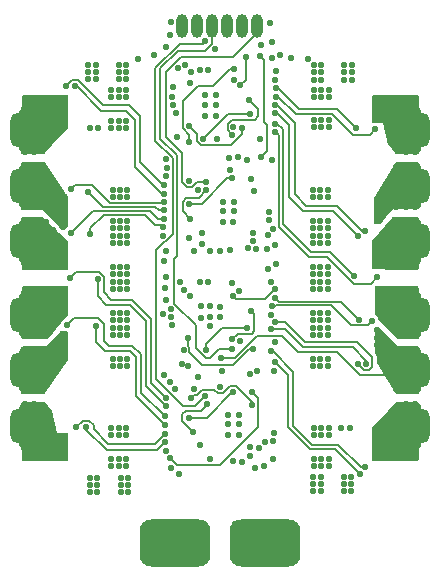
<source format=gbr>
%TF.GenerationSoftware,KiCad,Pcbnew,7.0.4*%
%TF.CreationDate,2023-05-25T14:45:12+03:00*%
%TF.ProjectId,fpv_findland_esc,6670765f-6669-46e6-946c-616e645f6573,Rev_0.2*%
%TF.SameCoordinates,Original*%
%TF.FileFunction,Copper,L4,Inr*%
%TF.FilePolarity,Positive*%
%FSLAX46Y46*%
G04 Gerber Fmt 4.6, Leading zero omitted, Abs format (unit mm)*
G04 Created by KiCad (PCBNEW 7.0.4) date 2023-05-25 14:45:12*
%MOMM*%
%LPD*%
G01*
G04 APERTURE LIST*
G04 Aperture macros list*
%AMRoundRect*
0 Rectangle with rounded corners*
0 $1 Rounding radius*
0 $2 $3 $4 $5 $6 $7 $8 $9 X,Y pos of 4 corners*
0 Add a 4 corners polygon primitive as box body*
4,1,4,$2,$3,$4,$5,$6,$7,$8,$9,$2,$3,0*
0 Add four circle primitives for the rounded corners*
1,1,$1+$1,$2,$3*
1,1,$1+$1,$4,$5*
1,1,$1+$1,$6,$7*
1,1,$1+$1,$8,$9*
0 Add four rect primitives between the rounded corners*
20,1,$1+$1,$2,$3,$4,$5,0*
20,1,$1+$1,$4,$5,$6,$7,0*
20,1,$1+$1,$6,$7,$8,$9,0*
20,1,$1+$1,$8,$9,$2,$3,0*%
G04 Aperture macros list end*
%TA.AperFunction,ComponentPad*%
%ADD10C,1.000000*%
%TD*%
%TA.AperFunction,ComponentPad*%
%ADD11RoundRect,0.750000X-0.750000X0.750000X-0.750000X-0.750000X0.750000X-0.750000X0.750000X0.750000X0*%
%TD*%
%TA.AperFunction,ComponentPad*%
%ADD12RoundRect,0.750000X0.750000X-0.750000X0.750000X0.750000X-0.750000X0.750000X-0.750000X-0.750000X0*%
%TD*%
%TA.AperFunction,ComponentPad*%
%ADD13RoundRect,1.000000X-2.000000X-1.000000X2.000000X-1.000000X2.000000X1.000000X-2.000000X1.000000X0*%
%TD*%
%TA.AperFunction,ComponentPad*%
%ADD14O,1.000000X2.000000*%
%TD*%
%TA.AperFunction,ViaPad*%
%ADD15C,0.550000*%
%TD*%
%TA.AperFunction,Conductor*%
%ADD16C,0.150000*%
%TD*%
G04 APERTURE END LIST*
D10*
%TO.N,/Motor3/MotorOutA*%
%TO.C,J7*%
X152500000Y-71150000D03*
X151000000Y-71150000D03*
D11*
X151750000Y-71900000D03*
D10*
X152500000Y-72650000D03*
X151000000Y-72650000D03*
%TD*%
%TO.N,/Motor2/MotorOutA*%
%TO.C,J4*%
X120000000Y-61750000D03*
X118500000Y-61750000D03*
D11*
X119250000Y-62500000D03*
D10*
X120000000Y-63250000D03*
X118500000Y-63250000D03*
%TD*%
%TO.N,/Motor3/MotorOutB*%
%TO.C,J8*%
X152500000Y-66450000D03*
X151000000Y-66450000D03*
D11*
X151750000Y-67200000D03*
D10*
X152500000Y-67950000D03*
X151000000Y-67950000D03*
%TD*%
%TO.N,/Motor4/MotorOutC*%
%TO.C,J12*%
X151000000Y-78850000D03*
X152500000Y-78850000D03*
D12*
X151750000Y-78100000D03*
D10*
X151000000Y-77350000D03*
X152500000Y-77350000D03*
%TD*%
D13*
%TO.N,/VBAT*%
%TO.C,TP14*%
X139300000Y-97400000D03*
%TD*%
D10*
%TO.N,/Motor2/MotorOutB*%
%TO.C,J5*%
X120000000Y-66450000D03*
X118500000Y-66450000D03*
D11*
X119250000Y-67200000D03*
D10*
X120000000Y-67950000D03*
X118500000Y-67950000D03*
%TD*%
%TO.N,/Motor3/MotorOutC*%
%TO.C,J9*%
X152500000Y-61750000D03*
X151000000Y-61750000D03*
D11*
X151750000Y-62500000D03*
D10*
X152500000Y-63250000D03*
X151000000Y-63250000D03*
%TD*%
%TO.N,/Motor4/MotorOutB*%
%TO.C,J11*%
X151000000Y-83550000D03*
X152500000Y-83550000D03*
D12*
X151750000Y-82800000D03*
D10*
X151000000Y-82050000D03*
X152500000Y-82050000D03*
%TD*%
D13*
%TO.N,GND*%
%TO.C,TP13*%
X131700000Y-97400000D03*
%TD*%
D10*
%TO.N,/Motor1/MotorOutA*%
%TO.C,J1*%
X118500000Y-78850000D03*
X120000000Y-78850000D03*
D12*
X119250000Y-78100000D03*
D10*
X118500000Y-77350000D03*
X120000000Y-77350000D03*
%TD*%
%TO.N,/Motor4/MotorOutA*%
%TO.C,J10*%
X151000000Y-88250000D03*
X152500000Y-88250000D03*
D12*
X151750000Y-87500000D03*
D10*
X151000000Y-86750000D03*
X152500000Y-86750000D03*
%TD*%
%TO.N,/Motor1/MotorOutB*%
%TO.C,J2*%
X118500000Y-83550000D03*
X120000000Y-83550000D03*
D12*
X119250000Y-82800000D03*
D10*
X118500000Y-82050000D03*
X120000000Y-82050000D03*
%TD*%
D14*
%TO.N,/M4*%
%TO.C,J13*%
X138590000Y-53637500D03*
%TO.N,/M3*%
X137320000Y-53637500D03*
%TO.N,/M2*%
X136050000Y-53637500D03*
%TO.N,/M1*%
X134780000Y-53637500D03*
%TO.N,/VBAT*%
X133510000Y-53637500D03*
%TO.N,GND*%
X132240000Y-53637500D03*
%TD*%
D10*
%TO.N,/Motor2/MotorOutC*%
%TO.C,J6*%
X120000000Y-71150000D03*
X118500000Y-71150000D03*
D11*
X119250000Y-71900000D03*
D10*
X120000000Y-72650000D03*
X118500000Y-72650000D03*
%TD*%
%TO.N,/Motor1/MotorOutC*%
%TO.C,J3*%
X118500000Y-88250000D03*
X120000000Y-88250000D03*
D12*
X119250000Y-87500000D03*
D10*
X118500000Y-86750000D03*
X120000000Y-86750000D03*
%TD*%
D15*
%TO.N,GND*%
X134150000Y-97675000D03*
X133550000Y-98325000D03*
X138916052Y-63215676D03*
X130900000Y-72700000D03*
X135525000Y-77425000D03*
X144600000Y-67550000D03*
X136175000Y-86575000D03*
X131300000Y-91125000D03*
X127025000Y-81850000D03*
X140149003Y-80413160D03*
X127025000Y-68150500D03*
X140600000Y-56100000D03*
X144050000Y-59050000D03*
X133550000Y-96450000D03*
X124500000Y-62325000D03*
X130850000Y-75875000D03*
X134225000Y-60350000D03*
X136175000Y-88300000D03*
X127025000Y-75350000D03*
X143975000Y-81850000D03*
X139900000Y-55050000D03*
X144075000Y-90925000D03*
X127675000Y-92525000D03*
X125200000Y-62325000D03*
X127650000Y-75950000D03*
X133550000Y-97675000D03*
X133550000Y-98925000D03*
X129875000Y-95800000D03*
X127650000Y-74650000D03*
X129875000Y-97050000D03*
X143975000Y-74650000D03*
X127550000Y-59075000D03*
X139875000Y-65025000D03*
X143425000Y-59050000D03*
X135525000Y-78325000D03*
X139175000Y-90925000D03*
X127025000Y-67550000D03*
X144000000Y-93075000D03*
X144675000Y-59650000D03*
X126925000Y-59675000D03*
X129930408Y-56083415D03*
X126275000Y-90325000D03*
X133550000Y-95800000D03*
X127675000Y-91900000D03*
X127550000Y-57550000D03*
X134150000Y-96425000D03*
X136250000Y-64800000D03*
X132814926Y-82427719D03*
X140200000Y-73850000D03*
X144050000Y-59650000D03*
X135725000Y-70250000D03*
X129275000Y-96450000D03*
X127650000Y-82450000D03*
X126950000Y-57550000D03*
X139750000Y-53425000D03*
X126300000Y-59675000D03*
X134150000Y-98300000D03*
X133304851Y-72751549D03*
X129275000Y-98925000D03*
X143425000Y-57600000D03*
X144025000Y-58225000D03*
X144600000Y-81850000D03*
X143425000Y-59650000D03*
X129275000Y-97675000D03*
X127025000Y-75950000D03*
X144700000Y-90325000D03*
X143425000Y-56975000D03*
X136650000Y-68525000D03*
X135100000Y-55600000D03*
X143350000Y-75950000D03*
X140150000Y-72175000D03*
X134150000Y-95800000D03*
X143350000Y-67550000D03*
X142900000Y-56500000D03*
X127650000Y-81850000D03*
X129275000Y-98325000D03*
X127550000Y-56925000D03*
X135725000Y-68525000D03*
X127025000Y-74050000D03*
X131000000Y-65700000D03*
X126950000Y-58175000D03*
X137100000Y-87400000D03*
X143975000Y-82450000D03*
X137100000Y-86575000D03*
X144000000Y-92450000D03*
X133850000Y-78350000D03*
X127550000Y-58175000D03*
X143350000Y-82450000D03*
X144025000Y-56975000D03*
X144700000Y-90925000D03*
X136300000Y-72650000D03*
X126400000Y-81850000D03*
X143425000Y-58225000D03*
X143400000Y-92450000D03*
X144600000Y-74050000D03*
X126300000Y-59075000D03*
X131277911Y-83788804D03*
X127650000Y-68150000D03*
X143400000Y-91825000D03*
X130900000Y-55450000D03*
X127075000Y-91900000D03*
X126400000Y-74050000D03*
X134225000Y-61250000D03*
X127025000Y-82450000D03*
X138000000Y-83150000D03*
X130674500Y-78075000D03*
X131910150Y-57231529D03*
X129875000Y-96425000D03*
X127550000Y-59675000D03*
X139450000Y-72525000D03*
X129875000Y-98925000D03*
X134625000Y-77400000D03*
X135725000Y-69350000D03*
X140000000Y-90325000D03*
X126950000Y-56925000D03*
X132250000Y-82250000D03*
X145750000Y-87675000D03*
X138646800Y-82853200D03*
X143350000Y-74650000D03*
X127525000Y-90325000D03*
X129875000Y-97675000D03*
X127675000Y-93150000D03*
X127075000Y-92550000D03*
X137075000Y-88300000D03*
X144675000Y-59050000D03*
X133550000Y-97050000D03*
X129275000Y-97050000D03*
X143975000Y-68150000D03*
X126400000Y-75950000D03*
X129275000Y-95800000D03*
X144000000Y-91825000D03*
X127650000Y-67550000D03*
X131300000Y-53325000D03*
X126400000Y-75350000D03*
X146475000Y-87675000D03*
X143975000Y-67550000D03*
X135150000Y-59525000D03*
X127525000Y-90925000D03*
X144600000Y-74650000D03*
X138975000Y-55250000D03*
X144600000Y-82450000D03*
X140225000Y-57475000D03*
X134625000Y-79075500D03*
X144600000Y-68150000D03*
X137050000Y-64725000D03*
X143350000Y-68150000D03*
X143975000Y-75350000D03*
X126400000Y-82450000D03*
X136650000Y-69350000D03*
X136625000Y-70250000D03*
X133850000Y-77400000D03*
X143975000Y-74050000D03*
X126400000Y-74650000D03*
X126900000Y-90925000D03*
X127050000Y-74650000D03*
X135125000Y-61250000D03*
X136175000Y-87400000D03*
X143350000Y-75350000D03*
X143450000Y-90925000D03*
X127650000Y-74050000D03*
X134150000Y-97050000D03*
X131250000Y-54400000D03*
X144600000Y-75950000D03*
X143350000Y-74050000D03*
X126925000Y-59075000D03*
X141475000Y-56350000D03*
X143350000Y-81850000D03*
X143975000Y-75950000D03*
X126400000Y-68150000D03*
X127075000Y-93150000D03*
X134625000Y-78325000D03*
X128525000Y-56425000D03*
X137101760Y-76058885D03*
X126400000Y-67550000D03*
X126900000Y-90325000D03*
X134650000Y-72749500D03*
X144075000Y-90325000D03*
X134150000Y-98925000D03*
X130755746Y-83244254D03*
X135150000Y-60350000D03*
X126275000Y-90925000D03*
X143400000Y-93075000D03*
X129875000Y-98300000D03*
X144025000Y-57600000D03*
X134225000Y-59525000D03*
X143450000Y-90325000D03*
X144600000Y-75350000D03*
X139850000Y-56375000D03*
X127650000Y-75350000D03*
%TO.N,/Motor1/BEMF_COMMON*%
X130950000Y-89625000D03*
X133808012Y-89177717D03*
%TO.N,/Motor1/V_SENSE*%
X136600000Y-90500000D03*
%TO.N,/Motor1/CLOW*%
X137378231Y-90557769D03*
%TO.N,/Motor1/BLOW*%
X138006503Y-90082220D03*
%TO.N,/Motor1/MotorOutA*%
X122200000Y-76900000D03*
X120775000Y-79700000D03*
X119000000Y-75900000D03*
X121375000Y-76700000D03*
X122200000Y-77550000D03*
X120675000Y-76600000D03*
X121375000Y-79100000D03*
X120575000Y-75900000D03*
X119000000Y-79900000D03*
X119775000Y-75900000D03*
X131262827Y-90250654D03*
X121375000Y-77500000D03*
X119775000Y-79900000D03*
X121375000Y-75900000D03*
X138225000Y-84650000D03*
X121375000Y-78300000D03*
%TO.N,/Motor1/ALOW*%
X138037500Y-89337500D03*
%TO.N,/Motor1/MotorOutB*%
X135509082Y-84208375D03*
X122200000Y-81350000D03*
X121425000Y-80475000D03*
X119000000Y-84600000D03*
X122200000Y-80700000D03*
X121125000Y-83300000D03*
X132029559Y-91582185D03*
X120875000Y-81700000D03*
X119000000Y-81000000D03*
X119775000Y-84600000D03*
X121425000Y-81275000D03*
X119775000Y-81000000D03*
X120575000Y-81000000D03*
X121425000Y-82175000D03*
X120575000Y-84400000D03*
%TO.N,/Motor1/MotorOutC*%
X119000000Y-85700000D03*
X133325000Y-84400000D03*
X119775000Y-90200000D03*
X122200000Y-89300000D03*
X122200000Y-89950000D03*
X121375000Y-90200000D03*
X121375000Y-88600000D03*
X119775000Y-89500000D03*
X120675000Y-86000000D03*
X119000000Y-90200000D03*
X121375000Y-89400000D03*
X138424502Y-91125000D03*
X121075000Y-87800000D03*
X121075000Y-86900000D03*
X119000000Y-89500000D03*
X120575000Y-90200000D03*
X120575000Y-89400000D03*
X119775000Y-85700000D03*
%TO.N,/Motor1/CHIGH*%
X139263755Y-88881649D03*
%TO.N,/Motor1/BHIGH*%
X139971022Y-88843331D03*
%TO.N,/Motor1/AHIGH*%
X140019655Y-88145521D03*
%TO.N,/Motor2/MotorOutA*%
X130692344Y-71405860D03*
X119000000Y-64300000D03*
X122150000Y-62200000D03*
X121325000Y-59800000D03*
X119725000Y-64300000D03*
X122175000Y-61325000D03*
X121350000Y-63100000D03*
X122175000Y-60675000D03*
X138075000Y-66599500D03*
X121325000Y-60600000D03*
X121325000Y-61400000D03*
X119050000Y-59800000D03*
X120625000Y-64000000D03*
X119725000Y-60500000D03*
X120525000Y-59800000D03*
X119725000Y-59800000D03*
X119050000Y-60500000D03*
X120525000Y-60600000D03*
X121350000Y-62200000D03*
%TO.N,/Motor2/MotorOutB*%
X121400000Y-69675000D03*
X119725000Y-69000000D03*
X122175000Y-70700000D03*
X122200000Y-70000000D03*
X119000000Y-69000000D03*
X121100000Y-66375000D03*
X121400000Y-68900000D03*
X136349500Y-65880637D03*
X119725000Y-65400000D03*
X120525000Y-69000000D03*
X121400000Y-67825000D03*
X121125000Y-67175000D03*
X122200000Y-69350000D03*
X120525000Y-65600000D03*
X120825000Y-68300000D03*
X130775000Y-73575500D03*
X119000000Y-65400000D03*
%TO.N,/Motor2/MotorOutC*%
X121325000Y-74100000D03*
X122175000Y-73675000D03*
X119000000Y-74100000D03*
X122175000Y-73025000D03*
X133588984Y-67572300D03*
X120525000Y-74100000D03*
X121325000Y-71700000D03*
X135484016Y-72749500D03*
X119000000Y-70100000D03*
X119725000Y-70100000D03*
X119725000Y-74100000D03*
X120625000Y-73400000D03*
X120725000Y-70300000D03*
X121325000Y-73300000D03*
X121325000Y-72500000D03*
X121325000Y-70900000D03*
%TO.N,Net-(Q1-G)*%
X130875000Y-85850000D03*
X125125000Y-75100000D03*
%TO.N,Net-(Q2-G)*%
X130900000Y-85150000D03*
X122775000Y-75025000D03*
%TO.N,Net-(Q3-G)*%
X130825000Y-86725000D03*
X122575000Y-78950000D03*
%TO.N,Net-(Q4-G)*%
X124987500Y-79085500D03*
X130825000Y-87425000D03*
%TO.N,Net-(Q5-G)*%
X130850000Y-88200000D03*
X123325000Y-87600000D03*
%TO.N,Net-(Q6-G)*%
X130824621Y-88899042D03*
X124175000Y-87600000D03*
%TO.N,/Motor3/MotorOutA*%
X148825000Y-72450000D03*
X150200000Y-70300000D03*
X149600000Y-72500000D03*
X150300000Y-73400000D03*
X150400000Y-74100000D03*
X152000000Y-70100000D03*
X148825000Y-73100000D03*
X149600000Y-73300000D03*
X152000000Y-74100000D03*
X149600000Y-74100000D03*
X149600000Y-71700000D03*
X151200000Y-74100000D03*
X140125500Y-58253609D03*
X131875000Y-63050000D03*
X151200000Y-70100000D03*
X149600000Y-70900000D03*
%TO.N,/Motor3/MotorOutB*%
X151200000Y-69000000D03*
X138925000Y-64750000D03*
X151200000Y-65400000D03*
X148800000Y-68700000D03*
X149450000Y-68675000D03*
X149800000Y-67000000D03*
X149925000Y-68225000D03*
X138875000Y-56225000D03*
X150400000Y-65600000D03*
X148800000Y-69350000D03*
X149450000Y-69475000D03*
X135256007Y-63243993D03*
X152000000Y-65400000D03*
X150400000Y-69000000D03*
X149450000Y-67775000D03*
X152000000Y-69000000D03*
%TO.N,/Motor3/MotorOutC*%
X152000000Y-59800000D03*
X149900000Y-63100000D03*
X149600000Y-61400000D03*
X151200000Y-59800000D03*
X152000000Y-60500000D03*
X148850000Y-60075000D03*
X150300000Y-64000000D03*
X149900000Y-62200000D03*
X148850000Y-60725000D03*
X151200000Y-64300000D03*
X149600000Y-59800000D03*
X150400000Y-59800000D03*
X149600000Y-60600000D03*
X152000000Y-64300000D03*
X136626347Y-62215578D03*
X132550498Y-56950000D03*
X151200000Y-60500000D03*
X150400000Y-60600000D03*
%TO.N,/Motor4/MotorOutA*%
X148800000Y-88650000D03*
X149625000Y-90200000D03*
X132400000Y-81125000D03*
X150425000Y-90200000D03*
X151225000Y-85700000D03*
X149625000Y-89400000D03*
X148825000Y-87775000D03*
X152000000Y-85700000D03*
X152000000Y-89500000D03*
X149625000Y-87875000D03*
X148800000Y-89300000D03*
X149250000Y-87250000D03*
X151225000Y-90200000D03*
X149625000Y-88600000D03*
X150325000Y-86000000D03*
X139775000Y-75350000D03*
X151225000Y-89500000D03*
X150425000Y-89400000D03*
X152000000Y-90200000D03*
X149800000Y-86675000D03*
%TO.N,/Motor4/MotorOutB*%
X139541810Y-74243011D03*
X150425000Y-81000000D03*
X149500000Y-80200000D03*
X150425000Y-84400000D03*
X152000000Y-84600000D03*
X151225000Y-81000000D03*
X151225000Y-84600000D03*
X149500000Y-82375000D03*
X152000000Y-81000000D03*
X148800000Y-80050000D03*
X149925000Y-81725000D03*
X148800000Y-79375000D03*
X149925000Y-83000000D03*
X135575000Y-81750000D03*
X149500000Y-81000000D03*
X148800000Y-80700000D03*
%TO.N,/Motor4/MotorOutC*%
X149625000Y-78300000D03*
X150425000Y-75900000D03*
X152000000Y-75900000D03*
X132126149Y-75338169D03*
X148825000Y-76900000D03*
X149800000Y-78975000D03*
X149625000Y-76700000D03*
X140078200Y-82871800D03*
X150400000Y-79575000D03*
X148825000Y-76250000D03*
X152000000Y-79900000D03*
X150325000Y-76600000D03*
X151225000Y-75900000D03*
X149625000Y-75900000D03*
X137214500Y-80314904D03*
X149625000Y-77500000D03*
X151225000Y-79900000D03*
%TO.N,Net-(Q7-G)*%
X122450000Y-58775000D03*
X130725000Y-67150000D03*
%TO.N,/Motor1/GHA*%
X133025000Y-85150000D03*
X138225000Y-85725500D03*
%TO.N,/Motor1/GHB*%
X136609773Y-84654279D03*
X132900500Y-86850834D03*
%TO.N,/Motor1/GHC*%
X134375500Y-85650500D03*
X133173063Y-88037998D03*
%TO.N,Net-(Q8-G)*%
X123225000Y-58775000D03*
X130725000Y-67875497D03*
%TO.N,Net-(Q9-G)*%
X122875000Y-67475000D03*
X130725000Y-68575000D03*
%TO.N,Net-(Q10-G)*%
X130725000Y-69274503D03*
X124300000Y-67725000D03*
%TO.N,Net-(Q11-G)*%
X122875000Y-71150000D03*
X130725000Y-69975000D03*
%TO.N,Net-(Q12-G)*%
X130700000Y-70700000D03*
X124450000Y-71250000D03*
%TO.N,Net-(Q13-G)*%
X140175000Y-62625000D03*
X148800000Y-74950000D03*
%TO.N,Net-(Q14-G)*%
X146825000Y-74800000D03*
X140175000Y-61925000D03*
%TO.N,Net-(Q15-G)*%
X140175000Y-61050000D03*
X147150000Y-71485500D03*
%TO.N,Net-(Q16-G)*%
X140175000Y-60350000D03*
X147725000Y-71000000D03*
%TO.N,Net-(Q17-G)*%
X140200008Y-59650945D03*
X148650000Y-62400000D03*
%TO.N,Net-(Q18-G)*%
X140225044Y-58951891D03*
X147025000Y-62339500D03*
%TO.N,Net-(Q19-G)*%
X140149500Y-82100000D03*
X147372650Y-91609407D03*
%TO.N,Net-(Q20-G)*%
X139788364Y-81216590D03*
X147776464Y-91038235D03*
%TO.N,Net-(Q21-G)*%
X139825000Y-79325000D03*
X147875500Y-82314500D03*
%TO.N,Net-(Q22-G)*%
X140173803Y-78715462D03*
X147175997Y-82314500D03*
%TO.N,Net-(Q23-G)*%
X148350000Y-78650000D03*
X139927481Y-77386292D03*
%TO.N,Net-(Q24-G)*%
X147225000Y-78514500D03*
X140170509Y-76679491D03*
%TO.N,/Motor2/GHA*%
X132897485Y-66778521D03*
X138350000Y-67625500D03*
%TO.N,/Motor2/GHB*%
X136544030Y-66552546D03*
X132853200Y-68728200D03*
%TO.N,/Motor2/GHC*%
X134325500Y-67575500D03*
X132964843Y-69979685D03*
%TO.N,/Motor2/BEMFC_1*%
X133941124Y-72115277D03*
%TO.N,/Motor2/BEMF_COMMON*%
X130950500Y-74875000D03*
%TO.N,/Motor2/BEMFA_1*%
X132900000Y-71650000D03*
%TO.N,/Motor2/BEMFB_1*%
X133925000Y-71225000D03*
%TO.N,/Motor3/GHA*%
X137334156Y-62302754D03*
X132825500Y-62099500D03*
%TO.N,/Motor3/GHB*%
X138038139Y-61097109D03*
X134031743Y-63206243D03*
%TO.N,/Motor3/GHC*%
X137907289Y-59899500D03*
X136526521Y-62907921D03*
%TO.N,/Motor3/BEMF_COMMON*%
X137192765Y-58689228D03*
X137675000Y-56275000D03*
%TO.N,/Motor4/GHA*%
X132750500Y-80049500D03*
X138250000Y-81000500D03*
%TO.N,/Motor4/GHB*%
X137795903Y-79215000D03*
X134321584Y-81123649D03*
%TO.N,/Motor4/GHC*%
X138124503Y-77825498D03*
X136524500Y-80200000D03*
%TO.N,/Motor4/BEMF_COMMON*%
X136580632Y-76525500D03*
X140151684Y-75939418D03*
%TO.N,/Motor2/V_SENSE*%
X138532041Y-72578173D03*
%TO.N,/Motor2/CLOW*%
X137840266Y-72474500D03*
%TO.N,/Motor2/BLOW*%
X138266760Y-71873212D03*
%TO.N,/Motor2/ALOW*%
X138300000Y-71174500D03*
%TO.N,/Motor2/CHIGH*%
X140017942Y-70880064D03*
%TO.N,/Motor2/BHIGH*%
X139624500Y-70125500D03*
%TO.N,/Motor2/AHIGH*%
X139673707Y-69427730D03*
%TO.N,/Motor3/V_SENSE*%
X134484800Y-57378449D03*
%TO.N,/Motor3/CLOW*%
X133785897Y-57349502D03*
%TO.N,/Motor3/BLOW*%
X133000000Y-57550000D03*
%TO.N,/Motor3/ALOW*%
X132950000Y-58500000D03*
%TO.N,/Motor3/CHIGH*%
X131399500Y-59640514D03*
%TO.N,/VBAT*%
X125075000Y-93150000D03*
X126400000Y-70150000D03*
X144600000Y-78550000D03*
X136800000Y-98375000D03*
X146000000Y-92450000D03*
X135700000Y-82875000D03*
X124475000Y-93150000D03*
X125075000Y-92525000D03*
X127025000Y-70750000D03*
X136800000Y-97725000D03*
X143425000Y-62250000D03*
X143350000Y-79250000D03*
X136800000Y-95850000D03*
X136800000Y-96500000D03*
X144600000Y-79250000D03*
X143350000Y-79850000D03*
X144600000Y-72050000D03*
X144700000Y-87725000D03*
X144050000Y-61650000D03*
X141800000Y-99000000D03*
X127550000Y-62275000D03*
X143350000Y-70150000D03*
X146025000Y-56975000D03*
X124350000Y-56925000D03*
X144600000Y-79850000D03*
X127650000Y-77950000D03*
X124350000Y-58175000D03*
X127025000Y-79250000D03*
X137400000Y-98975000D03*
X127650000Y-72050000D03*
X146625000Y-56975000D03*
X127025000Y-72050000D03*
X127025000Y-78550000D03*
X136800000Y-98975000D03*
X144050000Y-62250000D03*
X143350000Y-72050000D03*
X126300000Y-61675000D03*
X126925000Y-62275000D03*
X144075000Y-87725000D03*
X146600000Y-91825000D03*
X141800000Y-96500000D03*
X124950000Y-57550000D03*
X143450000Y-87725000D03*
X126900000Y-87725000D03*
X127525000Y-87725000D03*
X127025000Y-70150000D03*
X137400000Y-97100000D03*
X126400000Y-72050000D03*
X136800000Y-97100000D03*
X141200000Y-98400000D03*
X127025000Y-77950000D03*
X143425000Y-61650000D03*
X137400000Y-95850000D03*
X143350000Y-71450000D03*
X126400000Y-77950000D03*
X141800000Y-97125000D03*
X146625000Y-57600000D03*
X127525000Y-88325000D03*
X144600000Y-70150000D03*
X143975000Y-78550000D03*
X141800000Y-95875000D03*
X127650000Y-71450000D03*
X143975000Y-79850000D03*
X137400000Y-97725000D03*
X126275000Y-87725000D03*
X146600000Y-93075000D03*
X143350000Y-77950000D03*
X143975000Y-70150000D03*
X144600000Y-71450000D03*
X127650000Y-79250000D03*
X144675000Y-62250000D03*
X143975000Y-70750000D03*
X144675000Y-61650000D03*
X146625000Y-58225000D03*
X126400000Y-79850000D03*
X143975000Y-77950000D03*
X127650000Y-79850000D03*
X143450000Y-88325000D03*
X127650000Y-70750000D03*
X126400000Y-79250000D03*
X141200000Y-97750000D03*
X143975000Y-79250000D03*
X124350000Y-57550000D03*
X141800000Y-97750000D03*
X124475000Y-91900000D03*
X144700000Y-88325000D03*
X126925000Y-61675000D03*
X141200000Y-96525000D03*
X126400000Y-78550000D03*
X124475000Y-92525000D03*
X130874500Y-64955900D03*
X146025000Y-57600000D03*
X127650000Y-78550000D03*
X143975000Y-72050000D03*
X143350000Y-70750000D03*
X144600000Y-77950000D03*
X143975000Y-71450000D03*
X141200000Y-99000000D03*
X137400000Y-98350000D03*
X141200000Y-97125000D03*
X126300000Y-62275000D03*
X126275000Y-88325000D03*
X143350000Y-78550000D03*
X146000000Y-91825000D03*
X126900000Y-88325000D03*
X146600000Y-92450000D03*
X146000000Y-93075000D03*
X127025000Y-79850000D03*
X146025000Y-58225000D03*
X141200000Y-95875000D03*
X124950000Y-58175000D03*
X144075000Y-88325000D03*
X126400000Y-70750000D03*
X144600000Y-70750000D03*
X127650000Y-70150000D03*
X125075000Y-91900000D03*
X137400000Y-96475000D03*
X126400000Y-71450000D03*
X141800000Y-98375000D03*
X124950000Y-56925000D03*
X127025000Y-71450000D03*
X127550000Y-61675000D03*
%TO.N,/M4*%
X134325500Y-66875997D03*
%TO.N,/M3*%
X134193294Y-84975145D03*
X134200000Y-54975000D03*
%TO.N,/M2*%
X132875500Y-63525000D03*
X136659239Y-57327718D03*
%TO.N,/M1*%
X136525000Y-81000000D03*
%TO.N,/Motor3/BHIGH*%
X131471997Y-60340016D03*
%TO.N,/Motor3/AHIGH*%
X131781605Y-61030163D03*
%TO.N,/Motor4/V_SENSE*%
X134486987Y-75347840D03*
%TO.N,/Motor4/CLOW*%
X133787486Y-75349500D03*
%TO.N,/Motor4/BLOW*%
X132399500Y-75982048D03*
%TO.N,/Motor4/ALOW*%
X132934450Y-76525500D03*
%TO.N,/Motor4/CHIGH*%
X131299403Y-77584170D03*
%TO.N,/Motor4/BHIGH*%
X131366161Y-78280480D03*
%TO.N,/Motor4/AHIGH*%
X131449503Y-78975000D03*
%TO.N,/3.3V*%
X139824957Y-78109154D03*
X138771871Y-89378997D03*
X131642300Y-84385900D03*
X139550000Y-71400000D03*
X137774324Y-65015468D03*
X131550000Y-58817500D03*
X130900000Y-76825000D03*
X130950000Y-66400000D03*
%TO.N,/5V*%
X136499500Y-75450000D03*
X134668246Y-90325500D03*
X136696364Y-58196390D03*
X133646479Y-83347485D03*
%TD*%
D16*
%TO.N,/Motor1/MotorOutA*%
X131837173Y-90825000D02*
X131262827Y-90250654D01*
X138725000Y-87575000D02*
X135475000Y-90825000D01*
X138725000Y-85150000D02*
X138725000Y-87575000D01*
X135475000Y-90825000D02*
X131837173Y-90825000D01*
X138225000Y-84650000D02*
X138725000Y-85150000D01*
%TO.N,Net-(Q1-G)*%
X125125000Y-75100000D02*
X125125000Y-76525000D01*
X125875000Y-77275000D02*
X127875000Y-77275000D01*
X127875000Y-77275000D02*
X129200000Y-78600000D01*
X129200000Y-78600000D02*
X129200000Y-84175000D01*
X125125000Y-76525000D02*
X125875000Y-77275000D01*
X129200000Y-84175000D02*
X130875000Y-85850000D01*
%TO.N,Net-(Q2-G)*%
X128025000Y-76850000D02*
X129625000Y-78450000D01*
X129625000Y-83875000D02*
X130900000Y-85150000D01*
X125625000Y-76200000D02*
X126275000Y-76850000D01*
X123275000Y-74525000D02*
X125257107Y-74525000D01*
X129625000Y-78450000D02*
X129625000Y-83875000D01*
X125625000Y-74892893D02*
X125625000Y-76200000D01*
X122775000Y-75025000D02*
X123275000Y-74525000D01*
X125257107Y-74525000D02*
X125625000Y-74892893D01*
X126275000Y-76850000D02*
X128025000Y-76850000D01*
%TO.N,Net-(Q3-G)*%
X125200000Y-78425000D02*
X125650000Y-78875000D01*
X123100000Y-78425000D02*
X125200000Y-78425000D01*
X128800000Y-81475000D02*
X128800000Y-84700000D01*
X125650000Y-78875000D02*
X125650000Y-80350000D01*
X126050000Y-80750000D02*
X128075000Y-80750000D01*
X122575000Y-78950000D02*
X123100000Y-78425000D01*
X128075000Y-80750000D02*
X128800000Y-81475000D01*
X128800000Y-84700000D02*
X130825000Y-86725000D01*
X125650000Y-80350000D02*
X126050000Y-80750000D01*
%TO.N,Net-(Q4-G)*%
X125750000Y-81200000D02*
X127900000Y-81200000D01*
X128400000Y-81700000D02*
X128400000Y-85007107D01*
X124987500Y-79085500D02*
X124987500Y-80437500D01*
X128400000Y-85007107D02*
X130817893Y-87425000D01*
X124987500Y-80437500D02*
X125750000Y-81200000D01*
X130817893Y-87425000D02*
X130825000Y-87425000D01*
X127900000Y-81200000D02*
X128400000Y-81700000D01*
%TO.N,Net-(Q5-G)*%
X124825000Y-87475000D02*
X124425000Y-87075000D01*
X129991556Y-89025000D02*
X126025000Y-89025000D01*
X126025000Y-89025000D02*
X124825000Y-87825000D01*
X130816556Y-88200000D02*
X129991556Y-89025000D01*
X123850000Y-87075000D02*
X123325000Y-87600000D01*
X130850000Y-88200000D02*
X130816556Y-88200000D01*
X124425000Y-87075000D02*
X123850000Y-87075000D01*
X124825000Y-87825000D02*
X124825000Y-87475000D01*
%TO.N,Net-(Q6-G)*%
X130123663Y-89600000D02*
X130824621Y-88899042D01*
X124175000Y-87875000D02*
X125900000Y-89600000D01*
X125900000Y-89600000D02*
X130123663Y-89600000D01*
X124175000Y-87600000D02*
X124175000Y-87875000D01*
%TO.N,/Motor3/MotorOutB*%
X139450000Y-62075000D02*
X139200000Y-61825000D01*
X138925000Y-64750000D02*
X139450000Y-64225000D01*
X139200000Y-56550000D02*
X138875000Y-56225000D01*
X139200000Y-61825000D02*
X139200000Y-56550000D01*
X139450000Y-64225000D02*
X139450000Y-62075000D01*
%TO.N,/Motor4/MotorOutB*%
X138625736Y-79900000D02*
X136775736Y-81750000D01*
X136775736Y-81750000D02*
X135575000Y-81750000D01*
X140700000Y-79900000D02*
X138625736Y-79900000D01*
X149925000Y-83000000D02*
X149725000Y-83200000D01*
X149725000Y-83200000D02*
X147300000Y-83200000D01*
X142075000Y-81275000D02*
X140700000Y-79900000D01*
X145375000Y-81275000D02*
X142075000Y-81275000D01*
X147300000Y-83200000D02*
X145375000Y-81275000D01*
%TO.N,Net-(Q7-G)*%
X123475000Y-58250000D02*
X122975000Y-58250000D01*
X128750000Y-61250000D02*
X127825000Y-60325000D01*
X127825000Y-60325000D02*
X125550000Y-60325000D01*
X122975000Y-58250000D02*
X122450000Y-58775000D01*
X125550000Y-60325000D02*
X123475000Y-58250000D01*
X130700000Y-67150000D02*
X128750000Y-65200000D01*
X128750000Y-65200000D02*
X128750000Y-61250000D01*
X130725000Y-67150000D02*
X130700000Y-67150000D01*
%TO.N,/Motor1/GHA*%
X135725000Y-84775000D02*
X136345721Y-84154279D01*
X133025000Y-85150000D02*
X133275000Y-84900000D01*
X135018393Y-84475000D02*
X135318393Y-84775000D01*
X133275000Y-84900000D02*
X133532107Y-84900000D01*
X136345721Y-84154279D02*
X136854279Y-84154279D01*
X138225000Y-85525000D02*
X138225000Y-85725500D01*
X136854279Y-84154279D02*
X138225000Y-85525000D01*
X133532107Y-84900000D02*
X133957107Y-84475000D01*
X133957107Y-84475000D02*
X135018393Y-84475000D01*
X135318393Y-84775000D02*
X135725000Y-84775000D01*
%TO.N,/Motor1/GHB*%
X136545721Y-84654279D02*
X136609773Y-84654279D01*
X134349166Y-86850834D02*
X136545721Y-84654279D01*
X132900500Y-86850834D02*
X134349166Y-86850834D01*
%TO.N,/Motor1/GHC*%
X134375500Y-85650500D02*
X134375500Y-85749500D01*
X132275000Y-87139935D02*
X133173063Y-88037998D01*
X134375500Y-85749500D02*
X133900000Y-86225000D01*
X132575000Y-86225000D02*
X132275000Y-86525000D01*
X132275000Y-86525000D02*
X132275000Y-87139935D01*
X133900000Y-86225000D02*
X132575000Y-86225000D01*
%TO.N,Net-(Q8-G)*%
X128275000Y-65575000D02*
X128275000Y-61600000D01*
X130725000Y-67875497D02*
X130575497Y-67875497D01*
X127500000Y-60825000D02*
X125425000Y-60825000D01*
X130575497Y-67875497D02*
X128275000Y-65575000D01*
X125425000Y-60825000D02*
X123375000Y-58775000D01*
X123375000Y-58775000D02*
X123225000Y-58775000D01*
X128275000Y-61600000D02*
X127500000Y-60825000D01*
%TO.N,Net-(Q9-G)*%
X123225000Y-67125000D02*
X122875000Y-67475000D01*
X130725000Y-68575000D02*
X130650000Y-68650000D01*
X124625000Y-67125000D02*
X123225000Y-67125000D01*
X130650000Y-68650000D02*
X126150000Y-68650000D01*
X126150000Y-68650000D02*
X124625000Y-67125000D01*
%TO.N,Net-(Q10-G)*%
X125550000Y-68975000D02*
X124300000Y-67725000D01*
X130725000Y-69274503D02*
X130324503Y-69274503D01*
X130025000Y-68975000D02*
X125550000Y-68975000D01*
X130324503Y-69274503D02*
X130025000Y-68975000D01*
%TO.N,Net-(Q11-G)*%
X124725000Y-69300000D02*
X122875000Y-71150000D01*
X129575000Y-69300000D02*
X124725000Y-69300000D01*
X130725000Y-69975000D02*
X130250000Y-69975000D01*
X130250000Y-69975000D02*
X129575000Y-69300000D01*
%TO.N,Net-(Q12-G)*%
X125625000Y-69625000D02*
X124450000Y-70800000D01*
X129975000Y-70475000D02*
X129125000Y-69625000D01*
X130700000Y-70700000D02*
X130475000Y-70475000D01*
X129125000Y-69625000D02*
X125625000Y-69625000D01*
X124450000Y-70800000D02*
X124450000Y-71250000D01*
X130475000Y-70475000D02*
X129975000Y-70475000D01*
%TO.N,Net-(Q13-G)*%
X140175000Y-62625000D02*
X140475000Y-62925000D01*
X148250000Y-75500000D02*
X148800000Y-74950000D01*
X143025000Y-73225000D02*
X144525000Y-73225000D01*
X140475000Y-70675000D02*
X143025000Y-73225000D01*
X146800000Y-75500000D02*
X148250000Y-75500000D01*
X140475000Y-62925000D02*
X140475000Y-70675000D01*
X144525000Y-73225000D02*
X146800000Y-75500000D01*
%TO.N,Net-(Q14-G)*%
X140850000Y-70400000D02*
X143225000Y-72775000D01*
X140175000Y-61925000D02*
X140350000Y-61925000D01*
X140850000Y-62425000D02*
X140850000Y-70400000D01*
X143225000Y-72775000D02*
X144800000Y-72775000D01*
X140350000Y-61925000D02*
X140850000Y-62425000D01*
X144800000Y-72775000D02*
X146825000Y-74800000D01*
%TO.N,Net-(Q15-G)*%
X140332843Y-61050000D02*
X141325000Y-62042157D01*
X145014500Y-69350000D02*
X147150000Y-71485500D01*
X141325000Y-62042157D02*
X141325000Y-68150000D01*
X142525000Y-69350000D02*
X145014500Y-69350000D01*
X140175000Y-61050000D02*
X140332843Y-61050000D01*
X141325000Y-68150000D02*
X142525000Y-69350000D01*
%TO.N,Net-(Q16-G)*%
X140175000Y-60350000D02*
X140300000Y-60350000D01*
X145400000Y-68875000D02*
X147525000Y-71000000D01*
X141800000Y-61850000D02*
X141800000Y-67875000D01*
X142800000Y-68875000D02*
X145400000Y-68875000D01*
X140300000Y-60350000D02*
X141800000Y-61850000D01*
X141800000Y-67875000D02*
X142800000Y-68875000D01*
X147525000Y-71000000D02*
X147725000Y-71000000D01*
%TO.N,Net-(Q17-G)*%
X141900000Y-61125000D02*
X144962500Y-61125000D01*
X148150000Y-62900000D02*
X148650000Y-62400000D01*
X146737500Y-62900000D02*
X148150000Y-62900000D01*
X144962500Y-61125000D02*
X146737500Y-62900000D01*
X140425945Y-59650945D02*
X141900000Y-61125000D01*
X140200008Y-59650945D02*
X140425945Y-59650945D01*
%TO.N,Net-(Q18-G)*%
X145385500Y-60700000D02*
X147025000Y-62339500D01*
X140426891Y-58951891D02*
X142175000Y-60700000D01*
X142175000Y-60700000D02*
X145385500Y-60700000D01*
X140225044Y-58951891D02*
X140426891Y-58951891D01*
%TO.N,Net-(Q19-G)*%
X141250000Y-83200500D02*
X140149500Y-82100000D01*
X141250000Y-87650000D02*
X141250000Y-83200500D01*
X143100000Y-89500000D02*
X141250000Y-87650000D01*
X147372650Y-91609407D02*
X145263243Y-89500000D01*
X145263243Y-89500000D02*
X143100000Y-89500000D01*
%TO.N,Net-(Q20-G)*%
X139973197Y-81216590D02*
X141700000Y-82943393D01*
X139788364Y-81216590D02*
X139973197Y-81216590D01*
X141700000Y-82943393D02*
X141700000Y-87525736D01*
X143274264Y-89100000D02*
X145500000Y-89100000D01*
X145500000Y-89100000D02*
X147438235Y-91038235D01*
X141700000Y-87525736D02*
X143274264Y-89100000D01*
X147438235Y-91038235D02*
X147776464Y-91038235D01*
%TO.N,Net-(Q21-G)*%
X146750000Y-80875000D02*
X147875500Y-82000500D01*
X147875500Y-82000500D02*
X147875500Y-82314500D01*
X140950000Y-79325000D02*
X142500000Y-80875000D01*
X139825000Y-79325000D02*
X140950000Y-79325000D01*
X142500000Y-80875000D02*
X146750000Y-80875000D01*
%TO.N,Net-(Q22-G)*%
X147175997Y-82322104D02*
X147175997Y-82314500D01*
X148375000Y-81675000D02*
X148375000Y-82525000D01*
X148375000Y-82525000D02*
X148085500Y-82814500D01*
X140990462Y-78715462D02*
X142700000Y-80425000D01*
X142700000Y-80425000D02*
X147125000Y-80425000D01*
X148085500Y-82814500D02*
X147668393Y-82814500D01*
X147125000Y-80425000D02*
X148375000Y-81675000D01*
X140173803Y-78715462D02*
X140990462Y-78715462D01*
X147668393Y-82814500D02*
X147175997Y-82322104D01*
%TO.N,Net-(Q23-G)*%
X144900000Y-77325000D02*
X146589500Y-79014500D01*
X147985500Y-79014500D02*
X148350000Y-78650000D01*
X140235542Y-77325000D02*
X144900000Y-77325000D01*
X139927481Y-77386292D02*
X140174250Y-77386292D01*
X146589500Y-79014500D02*
X147985500Y-79014500D01*
X140174250Y-77386292D02*
X140235542Y-77325000D01*
%TO.N,Net-(Q24-G)*%
X145715621Y-77005121D02*
X147225000Y-78514500D01*
X140170509Y-76679491D02*
X140496139Y-77005121D01*
X140496139Y-77005121D02*
X145715621Y-77005121D01*
%TO.N,/Motor2/GHB*%
X133946800Y-68728200D02*
X136122454Y-66552546D01*
X136122454Y-66552546D02*
X136544030Y-66552546D01*
X132853200Y-68728200D02*
X133946800Y-68728200D01*
%TO.N,/Motor2/GHC*%
X133676000Y-68225000D02*
X132650000Y-68225000D01*
X132650000Y-68225000D02*
X132350000Y-68525000D01*
X132350000Y-68525000D02*
X132350000Y-69364842D01*
X134325500Y-67575500D02*
X133676000Y-68225000D01*
X132350000Y-69364842D02*
X132964843Y-69979685D01*
%TO.N,/Motor3/GHA*%
X133862386Y-63743993D02*
X133531743Y-63413350D01*
X133531743Y-62805743D02*
X132825500Y-62099500D01*
X136397556Y-63743993D02*
X133862386Y-63743993D01*
X137334156Y-62807393D02*
X136397556Y-63743993D01*
X133531743Y-63413350D02*
X133531743Y-62805743D01*
X137334156Y-62302754D02*
X137334156Y-62807393D01*
%TO.N,/Motor3/GHB*%
X136140877Y-61097109D02*
X134031743Y-63206243D01*
X138038139Y-61097109D02*
X136140877Y-61097109D01*
%TO.N,/Motor3/GHC*%
X136126347Y-62507747D02*
X136126347Y-61998653D01*
X136501361Y-61623639D02*
X138411439Y-61623639D01*
X138725000Y-60717211D02*
X137907289Y-59899500D01*
X136126347Y-61998653D02*
X136501361Y-61623639D01*
X138725000Y-61310078D02*
X138725000Y-60717211D01*
X136526521Y-62907921D02*
X136126347Y-62507747D01*
X138411439Y-61623639D02*
X138725000Y-61310078D01*
%TO.N,/Motor3/BEMF_COMMON*%
X137192765Y-58689228D02*
X137675000Y-58206993D01*
X137675000Y-58206993D02*
X137675000Y-56275000D01*
%TO.N,/Motor4/GHA*%
X132750500Y-80768393D02*
X132750500Y-80049500D01*
X132900000Y-81300000D02*
X132900000Y-80917893D01*
X137949500Y-81000500D02*
X136625000Y-82325000D01*
X133925000Y-82325000D02*
X132900000Y-81300000D01*
X138250000Y-81000500D02*
X137949500Y-81000500D01*
X136625000Y-82325000D02*
X133925000Y-82325000D01*
X132900000Y-80917893D02*
X132750500Y-80768393D01*
%TO.N,/Motor4/GHB*%
X135685000Y-79215000D02*
X134321584Y-80578416D01*
X134321584Y-80578416D02*
X134321584Y-81123649D01*
X137795903Y-79215000D02*
X135685000Y-79215000D01*
%TO.N,/Motor4/GHC*%
X138174503Y-79725000D02*
X136999500Y-79725000D01*
X138124503Y-77825498D02*
X138374503Y-78075498D01*
X136999500Y-79725000D02*
X136524500Y-80200000D01*
X138374503Y-78075498D02*
X138374503Y-79525000D01*
X138374503Y-79525000D02*
X138174503Y-79725000D01*
%TO.N,/Motor4/BEMF_COMMON*%
X136855132Y-76800000D02*
X139291102Y-76800000D01*
X139291102Y-76800000D02*
X140151684Y-75939418D01*
X136580632Y-76525500D02*
X136855132Y-76800000D01*
%TO.N,/M4*%
X133147942Y-67306942D02*
X132681942Y-67306942D01*
X132275000Y-66900000D02*
X132275000Y-64450000D01*
X132275000Y-64450000D02*
X130900000Y-63075000D01*
X130900000Y-57525000D02*
X132175000Y-56250000D01*
X133578887Y-66875997D02*
X133147942Y-67306942D01*
X132681942Y-67306942D02*
X132275000Y-66900000D01*
X130900000Y-63075000D02*
X130900000Y-57525000D01*
X136590000Y-56250000D02*
X138590000Y-54250000D01*
X132175000Y-56250000D02*
X136590000Y-56250000D01*
X134325500Y-66875997D02*
X133578887Y-66875997D01*
X138590000Y-54250000D02*
X138590000Y-53750000D01*
%TO.N,/M3*%
X131500000Y-64875000D02*
X131500000Y-71305311D01*
X130100000Y-72650000D02*
X130100000Y-83550000D01*
X130899451Y-71905860D02*
X130844140Y-71905860D01*
X134025000Y-55150000D02*
X132075736Y-55150000D01*
X131500000Y-71305311D02*
X130899451Y-71905860D01*
X130100000Y-83550000D02*
X132350000Y-85800000D01*
X130000000Y-63375000D02*
X131500000Y-64875000D01*
X130844140Y-71905860D02*
X130100000Y-72650000D01*
X130000000Y-57225736D02*
X130000000Y-63375000D01*
X132350000Y-85800000D02*
X133368439Y-85800000D01*
X133368439Y-85800000D02*
X134193294Y-84975145D01*
X132075736Y-55150000D02*
X130000000Y-57225736D01*
X134200000Y-54975000D02*
X134025000Y-55150000D01*
%TO.N,/M2*%
X132325500Y-60024500D02*
X132325500Y-62306607D01*
X133600000Y-58750000D02*
X132325500Y-60024500D01*
X132325500Y-62306607D02*
X132875500Y-62856607D01*
X136347282Y-57327718D02*
X134925000Y-58750000D01*
X134925000Y-58750000D02*
X133600000Y-58750000D01*
X132875500Y-62856607D02*
X132875500Y-63525000D01*
X136659239Y-57327718D02*
X136347282Y-57327718D01*
%TO.N,/M1*%
X131900000Y-55750000D02*
X134250000Y-55750000D01*
X131875000Y-64625000D02*
X130450000Y-63200000D01*
X134780000Y-55212893D02*
X134780000Y-53750000D01*
X131600000Y-77177660D02*
X131600000Y-73432107D01*
X131600000Y-73432107D02*
X131875000Y-73157107D01*
X133425000Y-80934172D02*
X133425000Y-79002660D01*
X134600000Y-55400000D02*
X134600000Y-55392893D01*
X134625000Y-81775000D02*
X134265828Y-81775000D01*
X134250000Y-55750000D02*
X134600000Y-55400000D01*
X130450000Y-63200000D02*
X130450000Y-57200000D01*
X135400000Y-81000000D02*
X134625000Y-81775000D01*
X136525000Y-81000000D02*
X135400000Y-81000000D01*
X133425000Y-79002660D02*
X131600000Y-77177660D01*
X134600000Y-55392893D02*
X134780000Y-55212893D01*
X130450000Y-57200000D02*
X131900000Y-55750000D01*
X134265828Y-81775000D02*
X133425000Y-80934172D01*
X131875000Y-73157107D02*
X131875000Y-64625000D01*
%TD*%
%TA.AperFunction,Conductor*%
%TO.N,/Motor1/MotorOutB*%
G36*
X122537406Y-79525521D02*
G01*
X122541597Y-79526068D01*
X122542039Y-79526126D01*
X122605968Y-79554316D01*
X122644509Y-79612594D01*
X122650000Y-79649084D01*
X122650000Y-81836146D01*
X122630315Y-81903185D01*
X122627827Y-81906907D01*
X120636997Y-84771761D01*
X120582576Y-84815580D01*
X120535170Y-84825000D01*
X118786572Y-84825000D01*
X118719533Y-84805315D01*
X118673778Y-84752511D01*
X118668836Y-84739909D01*
X118607104Y-84603648D01*
X118524403Y-84492141D01*
X118500278Y-84426569D01*
X118500000Y-84418273D01*
X118500000Y-81181648D01*
X118519685Y-81114609D01*
X118524406Y-81107777D01*
X118565514Y-81052354D01*
X118607050Y-80996355D01*
X118668774Y-80860165D01*
X118668775Y-80860159D01*
X118668799Y-80860089D01*
X118668825Y-80860050D01*
X118671498Y-80854154D01*
X118672566Y-80854638D01*
X118708527Y-80802612D01*
X118773021Y-80775739D01*
X118786536Y-80775000D01*
X120849999Y-80775000D01*
X120850000Y-80775000D01*
X121912967Y-79567082D01*
X121972033Y-79529759D01*
X122006056Y-79525000D01*
X122529378Y-79525000D01*
X122537406Y-79525521D01*
G37*
%TD.AperFunction*%
%TD*%
%TA.AperFunction,Conductor*%
%TO.N,/Motor4/MotorOutA*%
G36*
X152291017Y-85519685D02*
G01*
X152336772Y-85572489D01*
X152336924Y-85572822D01*
X152355993Y-85614907D01*
X152392906Y-85696371D01*
X152392908Y-85696374D01*
X152392910Y-85696377D01*
X152475596Y-85807862D01*
X152499722Y-85873435D01*
X152500000Y-85881731D01*
X152500000Y-89118216D01*
X152480315Y-89185255D01*
X152475600Y-89192080D01*
X152392880Y-89303619D01*
X152392876Y-89303627D01*
X152331164Y-89439856D01*
X152299610Y-89586047D01*
X152299538Y-89634492D01*
X152299500Y-89635175D01*
X152299500Y-90376000D01*
X152279815Y-90443039D01*
X152227011Y-90488794D01*
X152175500Y-90500000D01*
X148474000Y-90500000D01*
X148406961Y-90480315D01*
X148361206Y-90427511D01*
X148350000Y-90376000D01*
X148350000Y-87823875D01*
X148369685Y-87756836D01*
X148383340Y-87739278D01*
X149750000Y-86275000D01*
X150337775Y-85546159D01*
X150395182Y-85506331D01*
X150434298Y-85500000D01*
X152223978Y-85500000D01*
X152291017Y-85519685D01*
G37*
%TD.AperFunction*%
%TD*%
%TA.AperFunction,Conductor*%
%TO.N,/Motor4/MotorOutC*%
G36*
X152242539Y-75719685D02*
G01*
X152288294Y-75772489D01*
X152299500Y-75824000D01*
X152299500Y-75887901D01*
X152299408Y-75888211D01*
X152299500Y-75944217D01*
X152299500Y-75964918D01*
X152299534Y-75965521D01*
X152299614Y-76013986D01*
X152331188Y-76160163D01*
X152392910Y-76296377D01*
X152475596Y-76407859D01*
X152499722Y-76473431D01*
X152500000Y-76481728D01*
X152500000Y-79718216D01*
X152480315Y-79785255D01*
X152475600Y-79792080D01*
X152392880Y-79903619D01*
X152392876Y-79903627D01*
X152331164Y-80039856D01*
X152328509Y-80052161D01*
X152295124Y-80113538D01*
X152233855Y-80147123D01*
X152207300Y-80150000D01*
X150578187Y-80150000D01*
X150511148Y-80130315D01*
X150488342Y-80111462D01*
X148892195Y-78433461D01*
X148867480Y-78395454D01*
X148852698Y-78359767D01*
X148760451Y-78239549D01*
X148640233Y-78147302D01*
X148640229Y-78147300D01*
X148640225Y-78147297D01*
X148636989Y-78145428D01*
X148634807Y-78143139D01*
X148633785Y-78142355D01*
X148633907Y-78142195D01*
X148588778Y-78094855D01*
X148575000Y-78038047D01*
X148575000Y-75824000D01*
X148594685Y-75756961D01*
X148647489Y-75711206D01*
X148699000Y-75700000D01*
X152175500Y-75700000D01*
X152242539Y-75719685D01*
G37*
%TD.AperFunction*%
%TD*%
%TA.AperFunction,Conductor*%
%TO.N,/Motor3/MotorOutC*%
G36*
X152242539Y-59519685D02*
G01*
X152288294Y-59572489D01*
X152299500Y-59624000D01*
X152299500Y-60287900D01*
X152299407Y-60288214D01*
X152299500Y-60344829D01*
X152299500Y-60364951D01*
X152299533Y-60365534D01*
X152299613Y-60413985D01*
X152331186Y-60560158D01*
X152392906Y-60696371D01*
X152392908Y-60696374D01*
X152392910Y-60696377D01*
X152475596Y-60807862D01*
X152499722Y-60873435D01*
X152500000Y-60881731D01*
X152500000Y-64118216D01*
X152480315Y-64185255D01*
X152475600Y-64192080D01*
X152392880Y-64303619D01*
X152392876Y-64303627D01*
X152367333Y-64360015D01*
X152342015Y-64415905D01*
X152336913Y-64427167D01*
X152291320Y-64480110D01*
X152224341Y-64499999D01*
X152223962Y-64500000D01*
X150434298Y-64500000D01*
X150367259Y-64480315D01*
X150337775Y-64453841D01*
X150121173Y-64185255D01*
X149767407Y-63746585D01*
X149743446Y-63698058D01*
X149300000Y-61875000D01*
X149299999Y-61875000D01*
X148911057Y-61875000D01*
X148863605Y-61865561D01*
X148800239Y-61839314D01*
X148800234Y-61839312D01*
X148650001Y-61819534D01*
X148649999Y-61819534D01*
X148573623Y-61829589D01*
X148499764Y-61839313D01*
X148499763Y-61839313D01*
X148491706Y-61840374D01*
X148491297Y-61837271D01*
X148436204Y-61835941D01*
X148378354Y-61796759D01*
X148350872Y-61732522D01*
X148350000Y-61717842D01*
X148350000Y-59624000D01*
X148369685Y-59556961D01*
X148422489Y-59511206D01*
X148474000Y-59500000D01*
X152175500Y-59500000D01*
X152242539Y-59519685D01*
G37*
%TD.AperFunction*%
%TD*%
%TA.AperFunction,Conductor*%
%TO.N,/Motor2/MotorOutC*%
G36*
X120493251Y-69869685D02*
G01*
X120510705Y-69883243D01*
X121635364Y-70930339D01*
X121665428Y-70973638D01*
X121672302Y-70990233D01*
X121764549Y-71110451D01*
X121884767Y-71202698D01*
X121884770Y-71202699D01*
X121884771Y-71202700D01*
X121941795Y-71226320D01*
X121978839Y-71250126D01*
X122610496Y-71838220D01*
X122646148Y-71898309D01*
X122650000Y-71928975D01*
X122650000Y-74176000D01*
X122630315Y-74243039D01*
X122577511Y-74288794D01*
X122526000Y-74300000D01*
X120325000Y-74300000D01*
X118824500Y-74300000D01*
X118757461Y-74280315D01*
X118711706Y-74227511D01*
X118700500Y-74176000D01*
X118700500Y-74112209D01*
X118700663Y-74111652D01*
X118700578Y-74060787D01*
X118700579Y-74060787D01*
X118700455Y-73986008D01*
X118668874Y-73839822D01*
X118633314Y-73761354D01*
X118607142Y-73703603D01*
X118607141Y-73703602D01*
X118607140Y-73703599D01*
X118524409Y-73592072D01*
X118500278Y-73526502D01*
X118500000Y-73518196D01*
X118500000Y-70281648D01*
X118519685Y-70214609D01*
X118524406Y-70207776D01*
X118532264Y-70197182D01*
X118607051Y-70096354D01*
X118668774Y-69960164D01*
X118671446Y-69947801D01*
X118704850Y-69886435D01*
X118766128Y-69852869D01*
X118792647Y-69850000D01*
X120426212Y-69850000D01*
X120493251Y-69869685D01*
G37*
%TD.AperFunction*%
%TD*%
%TA.AperFunction,Conductor*%
%TO.N,/Motor2/MotorOutB*%
G36*
X120602209Y-65169685D02*
G01*
X120636995Y-65203237D01*
X120899941Y-65581622D01*
X122298345Y-67593960D01*
X122309690Y-67618354D01*
X122311203Y-67617728D01*
X122314313Y-67625236D01*
X122372302Y-67765233D01*
X122464549Y-67885451D01*
X122503193Y-67915104D01*
X122527120Y-67933464D01*
X122553460Y-67961077D01*
X122627827Y-68068092D01*
X122649919Y-68134377D01*
X122650000Y-68138854D01*
X122650000Y-70538048D01*
X122630315Y-70605087D01*
X122588004Y-70645433D01*
X122584770Y-70647299D01*
X122464547Y-70739550D01*
X122455387Y-70751489D01*
X122398958Y-70792690D01*
X122357013Y-70800000D01*
X122053173Y-70800000D01*
X121986134Y-70780315D01*
X121963346Y-70761481D01*
X121850328Y-70642717D01*
X121833010Y-70616083D01*
X121831761Y-70616805D01*
X121827696Y-70609763D01*
X121735451Y-70489549D01*
X121628669Y-70407612D01*
X121614329Y-70394717D01*
X121145414Y-69901960D01*
X121141135Y-69896957D01*
X121135448Y-69889545D01*
X121134376Y-69888473D01*
X121121934Y-69877287D01*
X120525000Y-69250000D01*
X120524999Y-69250000D01*
X118792749Y-69250000D01*
X118725710Y-69230315D01*
X118679955Y-69177511D01*
X118671545Y-69152185D01*
X118668874Y-69139820D01*
X118607138Y-69003596D01*
X118524407Y-68892072D01*
X118500278Y-68826506D01*
X118500000Y-68818227D01*
X118499999Y-65581618D01*
X118519684Y-65514583D01*
X118524387Y-65507775D01*
X118607040Y-65396328D01*
X118657906Y-65284086D01*
X118668765Y-65260126D01*
X118668767Y-65260120D01*
X118668766Y-65260120D01*
X118668768Y-65260118D01*
X118671430Y-65247799D01*
X118704834Y-65186434D01*
X118766113Y-65152869D01*
X118792631Y-65150000D01*
X120535170Y-65150000D01*
X120602209Y-65169685D01*
G37*
%TD.AperFunction*%
%TD*%
%TA.AperFunction,Conductor*%
%TO.N,/Motor3/MotorOutA*%
G36*
X152274355Y-69869685D02*
G01*
X152320110Y-69922489D01*
X152328520Y-69947818D01*
X152331184Y-69960150D01*
X152331187Y-69960161D01*
X152358484Y-70020404D01*
X152392906Y-70096371D01*
X152392908Y-70096374D01*
X152392910Y-70096377D01*
X152475596Y-70207862D01*
X152499722Y-70273435D01*
X152500000Y-70281731D01*
X152500000Y-73518218D01*
X152480315Y-73585257D01*
X152475599Y-73592083D01*
X152392885Y-73703613D01*
X152392882Y-73703616D01*
X152331165Y-73839854D01*
X152299610Y-73986046D01*
X152299538Y-74034492D01*
X152299500Y-74035175D01*
X152299500Y-74176000D01*
X152279815Y-74243039D01*
X152227011Y-74288794D01*
X152175500Y-74300000D01*
X150675015Y-74300000D01*
X148472667Y-74276319D01*
X148405843Y-74255915D01*
X148360658Y-74202622D01*
X148350000Y-74152326D01*
X148350000Y-71920148D01*
X148369685Y-71853109D01*
X148379020Y-71840430D01*
X150012835Y-69894269D01*
X150071013Y-69855583D01*
X150107803Y-69850000D01*
X152207316Y-69850000D01*
X152274355Y-69869685D01*
G37*
%TD.AperFunction*%
%TD*%
%TA.AperFunction,Conductor*%
%TO.N,/Motor1/MotorOutA*%
G36*
X122593039Y-75694685D02*
G01*
X122638794Y-75747489D01*
X122650000Y-75799000D01*
X122650000Y-78054850D01*
X122630315Y-78121889D01*
X122620970Y-78134579D01*
X122417211Y-78377290D01*
X122369697Y-78412121D01*
X122284767Y-78447302D01*
X122164549Y-78539549D01*
X122072300Y-78659770D01*
X122014313Y-78799762D01*
X122014313Y-78799763D01*
X122010062Y-78832051D01*
X121982094Y-78895592D01*
X120987167Y-80080728D01*
X120928986Y-80119417D01*
X120892196Y-80125000D01*
X118786574Y-80125000D01*
X118719535Y-80105315D01*
X118673780Y-80052511D01*
X118668831Y-80039892D01*
X118668821Y-80039862D01*
X118607109Y-79903635D01*
X118607107Y-79903630D01*
X118607103Y-79903624D01*
X118607101Y-79903621D01*
X118524401Y-79792107D01*
X118500277Y-79726534D01*
X118500000Y-79718243D01*
X118500000Y-76481647D01*
X118519685Y-76414608D01*
X118524407Y-76407774D01*
X118565514Y-76352354D01*
X118607047Y-76296360D01*
X118668773Y-76160168D01*
X118700364Y-76014016D01*
X118700418Y-75983990D01*
X118700452Y-75965641D01*
X118700500Y-75964813D01*
X118700500Y-75939179D01*
X118700500Y-75938949D01*
X118700509Y-75899371D01*
X118700508Y-75899369D01*
X118700511Y-75887378D01*
X118700500Y-75887254D01*
X118700500Y-75799000D01*
X118720185Y-75731961D01*
X118772989Y-75686206D01*
X118824500Y-75675000D01*
X122526000Y-75675000D01*
X122593039Y-75694685D01*
G37*
%TD.AperFunction*%
%TD*%
%TA.AperFunction,Conductor*%
%TO.N,/Motor2/MotorOutA*%
G36*
X122593039Y-59519685D02*
G01*
X122638794Y-59572489D01*
X122650000Y-59624000D01*
X122650000Y-62176124D01*
X122630315Y-62243163D01*
X122616651Y-62260731D01*
X121250011Y-63724986D01*
X121249996Y-63725003D01*
X120662225Y-64453841D01*
X120604818Y-64493669D01*
X120565702Y-64500000D01*
X118776021Y-64500000D01*
X118708982Y-64480315D01*
X118663227Y-64427511D01*
X118663070Y-64427167D01*
X118639073Y-64374195D01*
X118607107Y-64303630D01*
X118524399Y-64192106D01*
X118500277Y-64126535D01*
X118500000Y-64118272D01*
X118500000Y-60881648D01*
X118519685Y-60814609D01*
X118524406Y-60807776D01*
X118565514Y-60752354D01*
X118607051Y-60696354D01*
X118668774Y-60560164D01*
X118700364Y-60414015D01*
X118700418Y-60383992D01*
X118700452Y-60365641D01*
X118700500Y-60364813D01*
X118700500Y-60339179D01*
X118700500Y-60338949D01*
X118700509Y-60299371D01*
X118700508Y-60299369D01*
X118700511Y-60287378D01*
X118700500Y-60287254D01*
X118700500Y-59624000D01*
X118720185Y-59556961D01*
X118772989Y-59511206D01*
X118824500Y-59500000D01*
X122526000Y-59500000D01*
X122593039Y-59519685D01*
G37*
%TD.AperFunction*%
%TD*%
%TA.AperFunction,Conductor*%
%TO.N,/Motor3/MotorOutB*%
G36*
X152274354Y-65169685D02*
G01*
X152320109Y-65222489D01*
X152328516Y-65247808D01*
X152331176Y-65260119D01*
X152392911Y-65396355D01*
X152475594Y-65507828D01*
X152499722Y-65573398D01*
X152500000Y-65581699D01*
X152500000Y-68818217D01*
X152480315Y-68885256D01*
X152475599Y-68892082D01*
X152392881Y-69003617D01*
X152392874Y-69003629D01*
X152346764Y-69105417D01*
X152342015Y-69115904D01*
X152336913Y-69127166D01*
X152291320Y-69180110D01*
X152224341Y-69199999D01*
X152223962Y-69200000D01*
X150150000Y-69200000D01*
X149571037Y-69857911D01*
X149084709Y-70410557D01*
X149025644Y-70447880D01*
X148997519Y-70452499D01*
X148654898Y-70468814D01*
X148586998Y-70452340D01*
X148538783Y-70401772D01*
X148525000Y-70344954D01*
X148525000Y-68309345D01*
X148542671Y-68245548D01*
X150140981Y-65581699D01*
X150363878Y-65210202D01*
X150415249Y-65162844D01*
X150470207Y-65150000D01*
X152207315Y-65150000D01*
X152274354Y-65169685D01*
G37*
%TD.AperFunction*%
%TD*%
%TA.AperFunction,Conductor*%
%TO.N,/Motor1/MotorOutC*%
G36*
X120632741Y-85494685D02*
G01*
X120662225Y-85521159D01*
X121232590Y-86228411D01*
X121256553Y-86276943D01*
X121700000Y-88100000D01*
X122526000Y-88100000D01*
X122593039Y-88119685D01*
X122638794Y-88172489D01*
X122650000Y-88224000D01*
X122650000Y-90351000D01*
X122630315Y-90418039D01*
X122577511Y-90463794D01*
X122526000Y-90475000D01*
X118824500Y-90475000D01*
X118757461Y-90455315D01*
X118711706Y-90402511D01*
X118700500Y-90351000D01*
X118700500Y-89635296D01*
X118700444Y-89634336D01*
X118700374Y-89586049D01*
X118668820Y-89439860D01*
X118607107Y-89303630D01*
X118524399Y-89192106D01*
X118500277Y-89126535D01*
X118500000Y-89118272D01*
X118500000Y-85881647D01*
X118519685Y-85814609D01*
X118524406Y-85807776D01*
X118565514Y-85752354D01*
X118607051Y-85696354D01*
X118668774Y-85560164D01*
X118668774Y-85560161D01*
X118668801Y-85560083D01*
X118668829Y-85560041D01*
X118671498Y-85554154D01*
X118672565Y-85554637D01*
X118708531Y-85502609D01*
X118773027Y-85475738D01*
X118786536Y-85475000D01*
X120565702Y-85475000D01*
X120632741Y-85494685D01*
G37*
%TD.AperFunction*%
%TD*%
%TA.AperFunction,Conductor*%
%TO.N,/Motor4/MotorOutB*%
G36*
X149013866Y-79219685D02*
G01*
X149036655Y-79238519D01*
X150475000Y-80750000D01*
X152207317Y-80750000D01*
X152274356Y-80769685D01*
X152320111Y-80822489D01*
X152328521Y-80847818D01*
X152331185Y-80860150D01*
X152331187Y-80860158D01*
X152392907Y-80996371D01*
X152392909Y-80996374D01*
X152392914Y-80996382D01*
X152475596Y-81107862D01*
X152499722Y-81173434D01*
X152500000Y-81181730D01*
X152500000Y-84418354D01*
X152480315Y-84485393D01*
X152475595Y-84492225D01*
X152392938Y-84603664D01*
X152331209Y-84739883D01*
X152331206Y-84739893D01*
X152328552Y-84752182D01*
X152295157Y-84813554D01*
X152233882Y-84847128D01*
X152207348Y-84850000D01*
X150469599Y-84850000D01*
X150402560Y-84830315D01*
X150363748Y-84790587D01*
X148768649Y-82176396D01*
X148750500Y-82111809D01*
X148750500Y-81726804D01*
X148753139Y-81701359D01*
X148753785Y-81698275D01*
X148755367Y-81690732D01*
X148753498Y-81675740D01*
X148750977Y-81655506D01*
X148750500Y-81647830D01*
X148750500Y-81643889D01*
X148750499Y-81643883D01*
X148746870Y-81622138D01*
X148746500Y-81619598D01*
X148739866Y-81566376D01*
X148739866Y-81566374D01*
X148739864Y-81566370D01*
X148737622Y-81558840D01*
X148735065Y-81551395D01*
X148735065Y-81551390D01*
X148709536Y-81504217D01*
X148708404Y-81502018D01*
X148684826Y-81453789D01*
X148684824Y-81453787D01*
X148684824Y-81453786D01*
X148680276Y-81447416D01*
X148675420Y-81441176D01*
X148675419Y-81441174D01*
X148640016Y-81408583D01*
X148604027Y-81348697D01*
X148600000Y-81317354D01*
X148600000Y-79324000D01*
X148619685Y-79256961D01*
X148672489Y-79211206D01*
X148724000Y-79200000D01*
X148946827Y-79200000D01*
X149013866Y-79219685D01*
G37*
%TD.AperFunction*%
%TD*%
M02*

</source>
